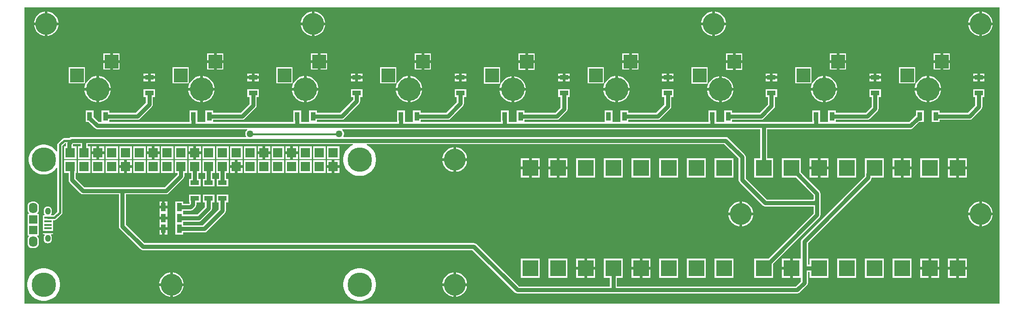
<source format=gtl>
G04*
G04 #@! TF.GenerationSoftware,Altium Limited,Altium Designer,22.7.1 (60)*
G04*
G04 Layer_Physical_Order=1*
G04 Layer_Color=255*
%FSLAX44Y44*%
%MOMM*%
G71*
G04*
G04 #@! TF.SameCoordinates,F6FBF88A-0173-4DF4-8E5B-E9623FF455CC*
G04*
G04*
G04 #@! TF.FilePolarity,Positive*
G04*
G01*
G75*
%ADD12R,1.3500X0.4000*%
%ADD13R,1.5500X1.5000*%
%ADD14R,0.9000X1.6000*%
%ADD15R,1.6000X0.9000*%
%ADD30C,0.3810*%
%ADD31C,0.7620*%
%ADD32C,0.3048*%
G04:AMPARAMS|DCode=33|XSize=1.25mm|YSize=0.95mm|CornerRadius=0.4275mm|HoleSize=0mm|Usage=FLASHONLY|Rotation=270.000|XOffset=0mm|YOffset=0mm|HoleType=Round|Shape=RoundedRectangle|*
%AMROUNDEDRECTD33*
21,1,1.2500,0.0950,0,0,270.0*
21,1,0.3950,0.9500,0,0,270.0*
1,1,0.8550,-0.0475,-0.1975*
1,1,0.8550,-0.0475,0.1975*
1,1,0.8550,0.0475,0.1975*
1,1,0.8550,0.0475,-0.1975*
%
%ADD33ROUNDEDRECTD33*%
G04:AMPARAMS|DCode=34|XSize=1.55mm|YSize=1.8mm|CornerRadius=0.5425mm|HoleSize=0mm|Usage=FLASHONLY|Rotation=0.000|XOffset=0mm|YOffset=0mm|HoleType=Round|Shape=RoundedRectangle|*
%AMROUNDEDRECTD34*
21,1,1.5500,0.7150,0,0,0.0*
21,1,0.4650,1.8000,0,0,0.0*
1,1,1.0850,0.2325,-0.3575*
1,1,1.0850,-0.2325,-0.3575*
1,1,1.0850,-0.2325,0.3575*
1,1,1.0850,0.2325,0.3575*
%
%ADD34ROUNDEDRECTD34*%
%ADD35R,3.0000X3.0000*%
%ADD36R,2.5000X2.5000*%
%ADD37C,4.3000*%
%ADD38R,1.8000X1.8000*%
%ADD39R,1.8000X1.8000*%
%ADD40C,4.5000*%
%ADD41C,4.0000*%
%ADD42C,1.2700*%
G36*
X1520000Y-35000D02*
X-270000D01*
Y510000D01*
X1520000D01*
Y-35000D01*
D02*
G37*
%LPC*%
G36*
X262540Y502476D02*
Y482540D01*
X282476D01*
X281674Y486575D01*
X279975Y490677D01*
X277508Y494368D01*
X274368Y497508D01*
X270677Y499975D01*
X266575Y501674D01*
X262540Y502476D01*
D02*
G37*
G36*
X-227460D02*
Y482540D01*
X-207524D01*
X-208326Y486575D01*
X-210025Y490677D01*
X-212492Y494368D01*
X-215632Y497508D01*
X-219323Y499975D01*
X-223425Y501674D01*
X-227460Y502476D01*
D02*
G37*
G36*
X997540Y502476D02*
Y482540D01*
X1017476D01*
X1016674Y486575D01*
X1014975Y490677D01*
X1012508Y494368D01*
X1009368Y497508D01*
X1005677Y499975D01*
X1001575Y501674D01*
X997540Y502476D01*
D02*
G37*
G36*
X1487540Y502476D02*
Y482540D01*
X1507476D01*
X1506674Y486575D01*
X1504975Y490677D01*
X1502508Y494368D01*
X1499368Y497508D01*
X1495677Y499975D01*
X1491575Y501674D01*
X1487540Y502476D01*
D02*
G37*
G36*
X1482460Y502476D02*
X1478425Y501674D01*
X1474323Y499975D01*
X1470632Y497508D01*
X1467492Y494368D01*
X1465025Y490677D01*
X1463326Y486575D01*
X1462524Y482540D01*
X1482460D01*
Y502476D01*
D02*
G37*
G36*
X992460Y502476D02*
X988425Y501674D01*
X984323Y499975D01*
X980632Y497508D01*
X977492Y494368D01*
X975025Y490677D01*
X973326Y486575D01*
X972524Y482540D01*
X992460D01*
Y502476D01*
D02*
G37*
G36*
X-232540Y502476D02*
X-236575Y501674D01*
X-240677Y499975D01*
X-244368Y497508D01*
X-247508Y494368D01*
X-249975Y490677D01*
X-251674Y486575D01*
X-252476Y482540D01*
X-232540D01*
Y502476D01*
D02*
G37*
G36*
X257460D02*
X253425Y501674D01*
X249323Y499975D01*
X245632Y497508D01*
X242492Y494368D01*
X240025Y490677D01*
X238326Y486575D01*
X237524Y482540D01*
X257460D01*
Y502476D01*
D02*
G37*
G36*
X1482460Y477460D02*
X1462524D01*
X1463326Y473425D01*
X1465025Y469323D01*
X1467492Y465632D01*
X1470632Y462492D01*
X1474323Y460025D01*
X1478425Y458326D01*
X1482460Y457524D01*
Y477460D01*
D02*
G37*
G36*
X992460D02*
X972524D01*
X973326Y473425D01*
X975025Y469323D01*
X977492Y465632D01*
X980632Y462492D01*
X984323Y460025D01*
X988425Y458326D01*
X992460Y457524D01*
Y477460D01*
D02*
G37*
G36*
X282476D02*
X262540D01*
Y457524D01*
X266575Y458326D01*
X270677Y460025D01*
X274368Y462492D01*
X277508Y465632D01*
X279975Y469323D01*
X281674Y473425D01*
X282476Y477460D01*
D02*
G37*
G36*
X-207524D02*
X-227460D01*
Y457524D01*
X-223425Y458326D01*
X-219323Y460025D01*
X-215632Y462492D01*
X-212492Y465632D01*
X-210025Y469323D01*
X-208326Y473425D01*
X-207524Y477460D01*
D02*
G37*
G36*
X-232540D02*
X-252476D01*
X-251674Y473425D01*
X-249975Y469323D01*
X-247508Y465632D01*
X-244368Y462492D01*
X-240677Y460025D01*
X-236575Y458326D01*
X-232540Y457524D01*
Y477460D01*
D02*
G37*
G36*
X257460D02*
X237524D01*
X238326Y473425D01*
X240025Y469323D01*
X242492Y465632D01*
X245632Y462492D01*
X249323Y460025D01*
X253425Y458326D01*
X257460Y457524D01*
Y477460D01*
D02*
G37*
G36*
X1017476D02*
X997540D01*
Y457524D01*
X1001575Y458326D01*
X1005677Y460025D01*
X1009368Y462492D01*
X1012508Y465632D01*
X1014975Y469323D01*
X1016674Y473425D01*
X1017476Y477460D01*
D02*
G37*
G36*
X1507476D02*
X1487540D01*
Y457524D01*
X1491575Y458326D01*
X1495677Y460025D01*
X1499368Y462492D01*
X1502508Y465632D01*
X1504975Y469323D01*
X1506674Y473425D01*
X1507476Y477460D01*
D02*
G37*
G36*
X1428840Y425640D02*
X1416340D01*
Y413140D01*
X1428840D01*
Y425640D01*
D02*
G37*
G36*
X1411260D02*
X1398760D01*
Y413140D01*
X1411260D01*
Y425640D01*
D02*
G37*
G36*
X1238340D02*
X1225840D01*
Y413140D01*
X1238340D01*
Y425640D01*
D02*
G37*
G36*
X1220760D02*
X1208260D01*
Y413140D01*
X1220760D01*
Y425640D01*
D02*
G37*
G36*
X857340D02*
X844840D01*
Y413140D01*
X857340D01*
Y425640D01*
D02*
G37*
G36*
X839760D02*
X827260D01*
Y413140D01*
X839760D01*
Y425640D01*
D02*
G37*
G36*
X476340D02*
X463840D01*
Y413140D01*
X476340D01*
Y425640D01*
D02*
G37*
G36*
X458760D02*
X446260D01*
Y413140D01*
X458760D01*
Y425640D01*
D02*
G37*
G36*
X285840D02*
X273340D01*
Y413140D01*
X285840D01*
Y425640D01*
D02*
G37*
G36*
X268260D02*
X255760D01*
Y413140D01*
X268260D01*
Y425640D01*
D02*
G37*
G36*
X95340D02*
X82840D01*
Y413140D01*
X95340D01*
Y425640D01*
D02*
G37*
G36*
X77760D02*
X65260D01*
Y413140D01*
X77760D01*
Y425640D01*
D02*
G37*
G36*
X-95160D02*
X-107660D01*
Y413140D01*
X-95160D01*
Y425640D01*
D02*
G37*
G36*
X-112740D02*
X-125240D01*
Y413140D01*
X-112740D01*
Y425640D01*
D02*
G37*
G36*
X1047840Y425240D02*
X1035340D01*
Y412740D01*
X1047840D01*
Y425240D01*
D02*
G37*
G36*
X1030260D02*
X1017760D01*
Y412740D01*
X1030260D01*
Y425240D01*
D02*
G37*
G36*
X666840D02*
X654340D01*
Y412740D01*
X666840D01*
Y425240D01*
D02*
G37*
G36*
X649260D02*
X636760D01*
Y412740D01*
X649260D01*
Y425240D01*
D02*
G37*
G36*
X1428840Y408060D02*
X1416340D01*
Y395560D01*
X1428840D01*
Y408060D01*
D02*
G37*
G36*
X1411260D02*
X1398760D01*
Y395560D01*
X1411260D01*
Y408060D01*
D02*
G37*
G36*
X1238340D02*
X1225840D01*
Y395560D01*
X1238340D01*
Y408060D01*
D02*
G37*
G36*
X1220760D02*
X1208260D01*
Y395560D01*
X1220760D01*
Y408060D01*
D02*
G37*
G36*
X857340D02*
X844840D01*
Y395560D01*
X857340D01*
Y408060D01*
D02*
G37*
G36*
X839760D02*
X827260D01*
Y395560D01*
X839760D01*
Y408060D01*
D02*
G37*
G36*
X476340D02*
X463840D01*
Y395560D01*
X476340D01*
Y408060D01*
D02*
G37*
G36*
X458760D02*
X446260D01*
Y395560D01*
X458760D01*
Y408060D01*
D02*
G37*
G36*
X285840D02*
X273340D01*
Y395560D01*
X285840D01*
Y408060D01*
D02*
G37*
G36*
X268260D02*
X255760D01*
Y395560D01*
X268260D01*
Y408060D01*
D02*
G37*
G36*
X95340D02*
X82840D01*
Y395560D01*
X95340D01*
Y408060D01*
D02*
G37*
G36*
X77760D02*
X65260D01*
Y395560D01*
X77760D01*
Y408060D01*
D02*
G37*
G36*
X-95160D02*
X-107660D01*
Y395560D01*
X-95160D01*
Y408060D01*
D02*
G37*
G36*
X-112740D02*
X-125240D01*
Y395560D01*
X-112740D01*
Y408060D01*
D02*
G37*
G36*
X1047840Y407660D02*
X1035340D01*
Y395160D01*
X1047840D01*
Y407660D01*
D02*
G37*
G36*
X1030260D02*
X1017760D01*
Y395160D01*
X1030260D01*
Y407660D01*
D02*
G37*
G36*
X666840D02*
X654340D01*
Y395160D01*
X666840D01*
Y407660D01*
D02*
G37*
G36*
X649260D02*
X636760D01*
Y395160D01*
X649260D01*
Y407660D01*
D02*
G37*
G36*
X1492440Y388340D02*
X1484440D01*
Y383840D01*
X1492440D01*
Y388340D01*
D02*
G37*
G36*
X1479360D02*
X1471360D01*
Y383840D01*
X1479360D01*
Y388340D01*
D02*
G37*
G36*
X160252D02*
X152253D01*
Y383840D01*
X160252D01*
Y388340D01*
D02*
G37*
G36*
X1302127D02*
X1294128D01*
Y383840D01*
X1302127D01*
Y388340D01*
D02*
G37*
G36*
X921502D02*
X913503D01*
Y383840D01*
X921502D01*
Y388340D01*
D02*
G37*
G36*
X540877D02*
X532878D01*
Y383840D01*
X540877D01*
Y388340D01*
D02*
G37*
G36*
X147172D02*
X139172D01*
Y383840D01*
X147172D01*
Y388340D01*
D02*
G37*
G36*
X908422D02*
X900423D01*
Y383840D01*
X908422D01*
Y388340D01*
D02*
G37*
G36*
X1289048D02*
X1281048D01*
Y383840D01*
X1289048D01*
Y388340D01*
D02*
G37*
G36*
X527798D02*
X519798D01*
Y383840D01*
X527798D01*
Y388340D01*
D02*
G37*
G36*
X-30060D02*
X-38060D01*
Y383840D01*
X-30060D01*
Y388340D01*
D02*
G37*
G36*
X-43140D02*
X-51140D01*
Y383840D01*
X-43140D01*
Y388340D01*
D02*
G37*
G36*
X350565D02*
X342565D01*
Y383840D01*
X350565D01*
Y388340D01*
D02*
G37*
G36*
X1111815D02*
X1103815D01*
Y383840D01*
X1111815D01*
Y388340D01*
D02*
G37*
G36*
X731190D02*
X723190D01*
Y383840D01*
X731190D01*
Y388340D01*
D02*
G37*
G36*
X337485D02*
X329485D01*
Y383840D01*
X337485D01*
Y388340D01*
D02*
G37*
G36*
X718110D02*
X710110D01*
Y383840D01*
X718110D01*
Y388340D01*
D02*
G37*
G36*
X1098735D02*
X1090735D01*
Y383840D01*
X1098735D01*
Y388340D01*
D02*
G37*
G36*
X1492440Y378760D02*
X1484440D01*
Y374260D01*
X1492440D01*
Y378760D01*
D02*
G37*
G36*
X1479360D02*
X1471360D01*
Y374260D01*
X1479360D01*
Y378760D01*
D02*
G37*
G36*
X1302127Y378760D02*
X1294128D01*
Y374260D01*
X1302127D01*
Y378760D01*
D02*
G37*
G36*
X1289048D02*
X1281048D01*
Y374260D01*
X1289048D01*
Y378760D01*
D02*
G37*
G36*
X1111815Y378760D02*
X1103815D01*
Y374260D01*
X1111815D01*
Y378760D01*
D02*
G37*
G36*
X1098735D02*
X1090735D01*
Y374260D01*
X1098735D01*
Y378760D01*
D02*
G37*
G36*
X921502Y378760D02*
X913503D01*
Y374260D01*
X921502D01*
Y378760D01*
D02*
G37*
G36*
X908422D02*
X900423D01*
Y374260D01*
X908422D01*
Y378760D01*
D02*
G37*
G36*
X731190Y378760D02*
X723190D01*
Y374260D01*
X731190D01*
Y378760D01*
D02*
G37*
G36*
X718110D02*
X710110D01*
Y374260D01*
X718110D01*
Y378760D01*
D02*
G37*
G36*
X540877Y378760D02*
X532878D01*
Y374260D01*
X540877D01*
Y378760D01*
D02*
G37*
G36*
X527798D02*
X519798D01*
Y374260D01*
X527798D01*
Y378760D01*
D02*
G37*
G36*
X350565Y378760D02*
X342565D01*
Y374260D01*
X350565D01*
Y378760D01*
D02*
G37*
G36*
X337485D02*
X329485D01*
Y374260D01*
X337485D01*
Y378760D01*
D02*
G37*
G36*
X160252Y378760D02*
X152253D01*
Y374260D01*
X160252D01*
Y378760D01*
D02*
G37*
G36*
X147172D02*
X139172D01*
Y374260D01*
X147172D01*
Y378760D01*
D02*
G37*
G36*
X-30060Y378760D02*
X-38060D01*
Y374260D01*
X-30060D01*
Y378760D01*
D02*
G37*
G36*
X-43140D02*
X-51140D01*
Y374260D01*
X-43140D01*
Y378760D01*
D02*
G37*
G36*
X1365340Y400240D02*
X1335260D01*
Y370160D01*
X1365340D01*
Y400240D01*
D02*
G37*
G36*
X1174840D02*
X1144760D01*
Y370160D01*
X1174840D01*
Y400240D01*
D02*
G37*
G36*
X793840D02*
X763760D01*
Y370160D01*
X793840D01*
Y400240D01*
D02*
G37*
G36*
X412840D02*
X382760D01*
Y370160D01*
X412840D01*
Y400240D01*
D02*
G37*
G36*
X222340D02*
X192260D01*
Y370160D01*
X222340D01*
Y400240D01*
D02*
G37*
G36*
X31840D02*
X1760D01*
Y370160D01*
X31840D01*
Y400240D01*
D02*
G37*
G36*
X-158660D02*
X-188740D01*
Y370160D01*
X-158660D01*
Y400240D01*
D02*
G37*
G36*
X984340Y399840D02*
X954260D01*
Y369760D01*
X984340D01*
Y399840D01*
D02*
G37*
G36*
X603340D02*
X573260D01*
Y369760D01*
X603340D01*
Y399840D01*
D02*
G37*
G36*
X1390940Y383806D02*
Y362340D01*
X1412406D01*
X1411516Y366812D01*
X1409704Y371187D01*
X1407073Y375125D01*
X1403725Y378473D01*
X1399787Y381104D01*
X1395412Y382916D01*
X1390940Y383806D01*
D02*
G37*
G36*
X1385860D02*
X1381388Y382916D01*
X1377013Y381104D01*
X1373075Y378473D01*
X1369727Y375125D01*
X1367096Y371187D01*
X1365284Y366812D01*
X1364394Y362340D01*
X1385860D01*
Y383806D01*
D02*
G37*
G36*
X1200440D02*
Y362340D01*
X1221906D01*
X1221016Y366812D01*
X1219204Y371187D01*
X1216573Y375125D01*
X1213224Y378473D01*
X1209287Y381104D01*
X1204912Y382916D01*
X1200440Y383806D01*
D02*
G37*
G36*
X1195360D02*
X1190888Y382916D01*
X1186513Y381104D01*
X1182575Y378473D01*
X1179227Y375125D01*
X1176596Y371187D01*
X1174784Y366812D01*
X1173894Y362340D01*
X1195360D01*
Y383806D01*
D02*
G37*
G36*
X819440D02*
Y362340D01*
X840906D01*
X840016Y366812D01*
X838204Y371187D01*
X835573Y375125D01*
X832225Y378473D01*
X828287Y381104D01*
X823912Y382916D01*
X819440Y383806D01*
D02*
G37*
G36*
X814360D02*
X809888Y382916D01*
X805513Y381104D01*
X801575Y378473D01*
X798227Y375125D01*
X795596Y371187D01*
X793784Y366812D01*
X792894Y362340D01*
X814360D01*
Y383806D01*
D02*
G37*
G36*
X438440D02*
Y362340D01*
X459906D01*
X459016Y366812D01*
X457204Y371187D01*
X454573Y375125D01*
X451225Y378473D01*
X447287Y381104D01*
X442912Y382916D01*
X438440Y383806D01*
D02*
G37*
G36*
X433360D02*
X428888Y382916D01*
X424513Y381104D01*
X420575Y378473D01*
X417227Y375125D01*
X414596Y371187D01*
X412784Y366812D01*
X411894Y362340D01*
X433360D01*
Y383806D01*
D02*
G37*
G36*
X247940D02*
Y362340D01*
X269406D01*
X268516Y366812D01*
X266704Y371187D01*
X264073Y375125D01*
X260725Y378473D01*
X256787Y381104D01*
X252412Y382916D01*
X247940Y383806D01*
D02*
G37*
G36*
X242860D02*
X238388Y382916D01*
X234013Y381104D01*
X230075Y378473D01*
X226727Y375125D01*
X224096Y371187D01*
X222284Y366812D01*
X221394Y362340D01*
X242860D01*
Y383806D01*
D02*
G37*
G36*
X57440D02*
Y362340D01*
X78906D01*
X78016Y366812D01*
X76204Y371187D01*
X73573Y375125D01*
X70224Y378473D01*
X66287Y381104D01*
X61912Y382916D01*
X57440Y383806D01*
D02*
G37*
G36*
X52360D02*
X47888Y382916D01*
X43513Y381104D01*
X39575Y378473D01*
X36227Y375125D01*
X33596Y371187D01*
X31784Y366812D01*
X30894Y362340D01*
X52360D01*
Y383806D01*
D02*
G37*
G36*
X-133060D02*
Y362340D01*
X-111594D01*
X-112484Y366812D01*
X-114296Y371187D01*
X-116927Y375125D01*
X-120275Y378473D01*
X-124213Y381104D01*
X-128588Y382916D01*
X-133060Y383806D01*
D02*
G37*
G36*
X-138140D02*
X-142612Y382916D01*
X-146987Y381104D01*
X-150925Y378473D01*
X-154273Y375125D01*
X-156904Y371187D01*
X-158716Y366812D01*
X-159606Y362340D01*
X-138140D01*
Y383806D01*
D02*
G37*
G36*
X1009940Y383406D02*
Y361940D01*
X1031406D01*
X1030516Y366412D01*
X1028704Y370787D01*
X1026073Y374725D01*
X1022725Y378073D01*
X1018787Y380704D01*
X1014412Y382516D01*
X1009940Y383406D01*
D02*
G37*
G36*
X1004860D02*
X1000388Y382516D01*
X996013Y380704D01*
X992075Y378073D01*
X988727Y374725D01*
X986096Y370787D01*
X984284Y366412D01*
X983394Y361940D01*
X1004860D01*
Y383406D01*
D02*
G37*
G36*
X628940D02*
Y361940D01*
X650406D01*
X649516Y366412D01*
X647704Y370787D01*
X645073Y374725D01*
X641724Y378073D01*
X637787Y380704D01*
X633412Y382516D01*
X628940Y383406D01*
D02*
G37*
G36*
X623860D02*
X619388Y382516D01*
X615013Y380704D01*
X611075Y378073D01*
X607727Y374725D01*
X605096Y370787D01*
X603284Y366412D01*
X602394Y361940D01*
X623860D01*
Y383406D01*
D02*
G37*
G36*
X1412406Y357260D02*
X1390940D01*
Y335794D01*
X1395412Y336684D01*
X1399787Y338496D01*
X1403725Y341127D01*
X1407073Y344475D01*
X1409704Y348413D01*
X1411516Y352788D01*
X1412406Y357260D01*
D02*
G37*
G36*
X1385860D02*
X1364394D01*
X1365284Y352788D01*
X1367096Y348413D01*
X1369727Y344475D01*
X1373075Y341127D01*
X1377013Y338496D01*
X1381388Y336684D01*
X1385860Y335794D01*
Y357260D01*
D02*
G37*
G36*
X52360D02*
X30894D01*
X31784Y352788D01*
X33596Y348413D01*
X36227Y344475D01*
X39575Y341127D01*
X43513Y338496D01*
X47888Y336684D01*
X52360Y335794D01*
Y357260D01*
D02*
G37*
G36*
X-111594D02*
X-133060D01*
Y335794D01*
X-128588Y336684D01*
X-124213Y338496D01*
X-120275Y341127D01*
X-116927Y344475D01*
X-114296Y348413D01*
X-112484Y352788D01*
X-111594Y357260D01*
D02*
G37*
G36*
X-138140D02*
X-159606D01*
X-158716Y352788D01*
X-156904Y348413D01*
X-154273Y344475D01*
X-150925Y341127D01*
X-146987Y338496D01*
X-142612Y336684D01*
X-138140Y335794D01*
Y357260D01*
D02*
G37*
G36*
X1221906D02*
X1200440D01*
Y335794D01*
X1204912Y336684D01*
X1209287Y338496D01*
X1213224Y341127D01*
X1216573Y344475D01*
X1219204Y348413D01*
X1221016Y352788D01*
X1221906Y357260D01*
D02*
G37*
G36*
X1195360D02*
X1173894D01*
X1174784Y352788D01*
X1176596Y348413D01*
X1179227Y344475D01*
X1182575Y341127D01*
X1186513Y338496D01*
X1190888Y336684D01*
X1195360Y335794D01*
Y357260D01*
D02*
G37*
G36*
X840906D02*
X819440D01*
Y335794D01*
X823912Y336684D01*
X828287Y338496D01*
X832225Y341127D01*
X835573Y344475D01*
X838204Y348413D01*
X840016Y352788D01*
X840906Y357260D01*
D02*
G37*
G36*
X814360D02*
X792894D01*
X793784Y352788D01*
X795596Y348413D01*
X798227Y344475D01*
X801575Y341127D01*
X805513Y338496D01*
X809888Y336684D01*
X814360Y335794D01*
Y357260D01*
D02*
G37*
G36*
X459906D02*
X438440D01*
Y335794D01*
X442912Y336684D01*
X447287Y338496D01*
X451225Y341127D01*
X454573Y344475D01*
X457204Y348413D01*
X459016Y352788D01*
X459906Y357260D01*
D02*
G37*
G36*
X433360D02*
X411894D01*
X412784Y352788D01*
X414596Y348413D01*
X417227Y344475D01*
X420575Y341127D01*
X424513Y338496D01*
X428888Y336684D01*
X433360Y335794D01*
Y357260D01*
D02*
G37*
G36*
X269406D02*
X247940D01*
Y335794D01*
X252412Y336684D01*
X256787Y338496D01*
X260725Y341127D01*
X264073Y344475D01*
X266704Y348413D01*
X268516Y352788D01*
X269406Y357260D01*
D02*
G37*
G36*
X242860D02*
X221394D01*
X222284Y352788D01*
X224096Y348413D01*
X226727Y344475D01*
X230075Y341127D01*
X234013Y338496D01*
X238388Y336684D01*
X242860Y335794D01*
Y357260D01*
D02*
G37*
G36*
X78906D02*
X57440D01*
Y335794D01*
X61912Y336684D01*
X66287Y338496D01*
X70224Y341127D01*
X73573Y344475D01*
X76204Y348413D01*
X78016Y352788D01*
X78906Y357260D01*
D02*
G37*
G36*
X1031406Y356860D02*
X1009940D01*
Y335394D01*
X1014412Y336284D01*
X1018787Y338096D01*
X1022725Y340727D01*
X1026073Y344075D01*
X1028704Y348013D01*
X1030516Y352388D01*
X1031406Y356860D01*
D02*
G37*
G36*
X1004860D02*
X983394D01*
X984284Y352388D01*
X986096Y348013D01*
X988727Y344075D01*
X992075Y340727D01*
X996013Y338096D01*
X1000388Y336284D01*
X1004860Y335394D01*
Y356860D01*
D02*
G37*
G36*
X650406D02*
X628940D01*
Y335394D01*
X633412Y336284D01*
X637787Y338096D01*
X641724Y340727D01*
X645073Y344075D01*
X647704Y348013D01*
X649516Y352388D01*
X650406Y356860D01*
D02*
G37*
G36*
X623860D02*
X602394D01*
X603284Y352388D01*
X605096Y348013D01*
X607727Y344075D01*
X611075Y340727D01*
X615013Y338096D01*
X619388Y336284D01*
X623860Y335394D01*
Y356860D01*
D02*
G37*
G36*
X1492440Y359340D02*
X1471360D01*
Y345260D01*
X1475426D01*
Y329582D01*
X1462118Y316274D01*
X1409940D01*
Y320340D01*
X1395860D01*
Y299260D01*
X1409940D01*
Y303326D01*
X1464800D01*
X1467278Y303818D01*
X1469378Y305222D01*
X1486478Y322322D01*
X1487881Y324422D01*
X1488374Y326900D01*
Y345260D01*
X1492440D01*
Y359340D01*
D02*
G37*
G36*
X1302127D02*
X1281048D01*
Y345260D01*
X1285113D01*
Y326769D01*
X1274618Y316274D01*
X1219440D01*
Y320340D01*
X1205360D01*
Y300244D01*
X1205360Y299260D01*
X1204208Y298974D01*
X1191592D01*
X1190440Y299260D01*
Y320340D01*
X1176360D01*
Y299260D01*
X1175208Y298974D01*
X1030092D01*
X1028940Y299260D01*
X1028940Y300244D01*
Y303326D01*
X1082300D01*
X1084778Y303818D01*
X1086878Y305222D01*
X1105853Y324197D01*
X1107256Y326297D01*
X1107749Y328775D01*
Y345260D01*
X1111815D01*
Y359340D01*
X1090735D01*
Y345260D01*
X1094801D01*
Y331457D01*
X1079618Y316274D01*
X1028940D01*
Y320340D01*
X1014860D01*
Y300244D01*
X1014860Y299260D01*
X1013708Y298974D01*
X1001092D01*
X999940Y299260D01*
Y320340D01*
X985860D01*
Y299260D01*
X984708Y298974D01*
X839592D01*
X838440Y299260D01*
X838440Y300244D01*
Y303326D01*
X892300D01*
X894778Y303818D01*
X896878Y305222D01*
X915541Y323884D01*
X916944Y325985D01*
X917437Y328462D01*
Y345260D01*
X921502D01*
Y359340D01*
X900423D01*
Y345260D01*
X904488D01*
Y331144D01*
X889618Y316274D01*
X838440D01*
Y320340D01*
X824360D01*
Y300244D01*
X824360Y299260D01*
X823208Y298974D01*
X810592D01*
X809440Y299260D01*
X809440Y300244D01*
Y320340D01*
X795360D01*
Y300244D01*
X795360Y299260D01*
X794208Y298974D01*
X649092D01*
X647940Y299260D01*
X647940Y300244D01*
Y303326D01*
X707300D01*
X709778Y303818D01*
X711878Y305222D01*
X725228Y318572D01*
X726631Y320672D01*
X727124Y323150D01*
Y345260D01*
X731190D01*
Y359340D01*
X710110D01*
Y345260D01*
X714176D01*
Y325832D01*
X704618Y316274D01*
X647940D01*
Y320340D01*
X633860D01*
Y300244D01*
X633860Y299260D01*
X632708Y298974D01*
X620092D01*
X618940Y299260D01*
Y320340D01*
X604860D01*
Y299260D01*
X603708Y298974D01*
X458592D01*
X457440Y299260D01*
X457440Y300244D01*
Y303326D01*
X507300D01*
X509778Y303818D01*
X511878Y305222D01*
X534916Y328259D01*
X536319Y330360D01*
X536812Y332837D01*
Y345260D01*
X540877D01*
Y359340D01*
X519798D01*
Y345260D01*
X523863D01*
Y335519D01*
X504618Y316274D01*
X457440D01*
Y320340D01*
X443360D01*
Y300244D01*
X443360Y299260D01*
X442208Y298974D01*
X429592D01*
X428440Y299260D01*
Y320340D01*
X414360D01*
Y299260D01*
X413208Y298974D01*
X268092D01*
X266940Y299260D01*
X266940Y300244D01*
Y303326D01*
X312300D01*
X314778Y303818D01*
X316878Y305222D01*
X344603Y332947D01*
X346007Y335047D01*
X346499Y337525D01*
Y345260D01*
X350565D01*
Y359340D01*
X329485D01*
Y345260D01*
X333551D01*
Y340207D01*
X309618Y316274D01*
X266940D01*
Y320340D01*
X252860D01*
Y300244D01*
X252860Y299260D01*
X251708Y298974D01*
X239092D01*
X237940Y299260D01*
Y320340D01*
X223860D01*
Y299260D01*
X222708Y298974D01*
X77592D01*
X76440Y299260D01*
X76440Y300244D01*
Y303326D01*
X129800D01*
X132278Y303818D01*
X134378Y305222D01*
X154291Y325134D01*
X155694Y327235D01*
X156187Y329712D01*
Y345260D01*
X160252D01*
Y359340D01*
X139172D01*
Y345260D01*
X143238D01*
Y332394D01*
X127118Y316274D01*
X76440D01*
Y320340D01*
X62360D01*
Y300244D01*
X62360Y299260D01*
X61208Y298974D01*
X48592D01*
X47440Y299260D01*
Y320340D01*
X33360D01*
Y299260D01*
X32208Y298974D01*
X-112908D01*
X-114060Y299260D01*
X-114060Y300244D01*
Y303326D01*
X-62700D01*
X-60222Y303818D01*
X-58122Y305222D01*
X-36022Y327322D01*
X-34618Y329422D01*
X-34126Y331900D01*
Y345260D01*
X-30060D01*
Y359340D01*
X-51140D01*
Y345260D01*
X-47074D01*
Y334582D01*
X-65382Y316274D01*
X-114060D01*
Y320340D01*
X-128140D01*
Y300244D01*
X-128140Y299260D01*
X-129292Y298974D01*
X-133618D01*
X-143060Y308416D01*
Y320340D01*
X-157140D01*
Y299260D01*
X-152216D01*
X-140878Y287922D01*
X-138778Y286518D01*
X-136300Y286026D01*
X138592D01*
X138713Y285572D01*
X138805Y284756D01*
X137250Y283201D01*
X136080Y281174D01*
X135474Y278913D01*
Y276572D01*
X136080Y274311D01*
X136960Y272787D01*
X136322Y271517D01*
X-183036D01*
X-185514Y271024D01*
X-187614Y269620D01*
X-187645Y269574D01*
X-197458D01*
X-197458Y269574D01*
X-199192Y269229D01*
X-200662Y268247D01*
X-208205Y260705D01*
X-209187Y259234D01*
X-209532Y257500D01*
Y244309D01*
X-210767Y244012D01*
X-210982Y244434D01*
X-213530Y247941D01*
X-216595Y251006D01*
X-220102Y253554D01*
X-223965Y255522D01*
X-228087Y256862D01*
X-232369Y257540D01*
X-236704D01*
X-240985Y256862D01*
X-245108Y255522D01*
X-248970Y253554D01*
X-252477Y251006D01*
X-255543Y247941D01*
X-258090Y244434D01*
X-260058Y240572D01*
X-261398Y236449D01*
X-262076Y232167D01*
Y227833D01*
X-261398Y223551D01*
X-260058Y219428D01*
X-258090Y215566D01*
X-255543Y212059D01*
X-252477Y208994D01*
X-248970Y206446D01*
X-245108Y204478D01*
X-240985Y203138D01*
X-236704Y202460D01*
X-232369D01*
X-228087Y203138D01*
X-223965Y204478D01*
X-220102Y206446D01*
X-216595Y208994D01*
X-213530Y212059D01*
X-210982Y215566D01*
X-210767Y215988D01*
X-209532Y215691D01*
Y134377D01*
X-216377Y127532D01*
X-217710D01*
Y127540D01*
X-220543D01*
X-221169Y128810D01*
X-220572Y129588D01*
X-219885Y131246D01*
X-219651Y133025D01*
Y136975D01*
X-219885Y138754D01*
X-220572Y140412D01*
X-221665Y141835D01*
X-223088Y142928D01*
X-224746Y143615D01*
X-226525Y143849D01*
X-227475D01*
X-229254Y143615D01*
X-230912Y142928D01*
X-232335Y141835D01*
X-233428Y140412D01*
X-234115Y138754D01*
X-234349Y136975D01*
Y133025D01*
X-234115Y131246D01*
X-233428Y129588D01*
X-232831Y128810D01*
X-233457Y127540D01*
X-236290D01*
Y118460D01*
Y111960D01*
Y105460D01*
Y98960D01*
Y98960D01*
X-227000D01*
X-217710D01*
Y98960D01*
Y105460D01*
Y111960D01*
Y118468D01*
X-214500D01*
X-212766Y118813D01*
X-211295Y119795D01*
X-201795Y129295D01*
X-201795Y129295D01*
X-200813Y130766D01*
X-200468Y132500D01*
Y255623D01*
X-195580Y260510D01*
X-193974D01*
Y254240D01*
X-197376D01*
Y231160D01*
X-174296D01*
Y254240D01*
X-181026D01*
Y257897D01*
X-181000Y257922D01*
X-180569Y258568D01*
X-166911D01*
Y254240D01*
X-171976D01*
Y231160D01*
X-148896D01*
Y254240D01*
X-153962D01*
Y258568D01*
X332565D01*
X332870Y257298D01*
X329719Y255693D01*
X325894Y252913D01*
X322551Y249570D01*
X319771Y245744D01*
X317625Y241531D01*
X316164Y237034D01*
X315424Y232364D01*
Y227636D01*
X316164Y222966D01*
X317625Y218469D01*
X319771Y214256D01*
X322551Y210430D01*
X325894Y207087D01*
X329719Y204307D01*
X333932Y202161D01*
X338429Y200700D01*
X343100Y199960D01*
X347828D01*
X352498Y200700D01*
X356995Y202161D01*
X361208Y204307D01*
X365033Y207087D01*
X368377Y210430D01*
X371156Y214256D01*
X373303Y218469D01*
X374764Y222966D01*
X375504Y227636D01*
Y232364D01*
X374764Y237034D01*
X373303Y241531D01*
X371156Y245744D01*
X368377Y249570D01*
X365033Y252913D01*
X361208Y255693D01*
X358057Y257298D01*
X358362Y258568D01*
X1014776D01*
X1041026Y232318D01*
Y192500D01*
X1041518Y190022D01*
X1042922Y187922D01*
X1085422Y145422D01*
X1087522Y144018D01*
X1090000Y143526D01*
X1178526D01*
Y130682D01*
X1095384Y47540D01*
X1069460D01*
Y12460D01*
X1104540D01*
Y38384D01*
X1189578Y123422D01*
X1190982Y125522D01*
X1191474Y128000D01*
Y167600D01*
X1190982Y170078D01*
X1189578Y172178D01*
X1155340Y206416D01*
Y232340D01*
X1120260D01*
Y197260D01*
X1146184D01*
X1178526Y164918D01*
Y157034D01*
X1178190Y156810D01*
X1177855Y156474D01*
X1092682D01*
X1053974Y195182D01*
Y235000D01*
X1053482Y237478D01*
X1052078Y239578D01*
X1022036Y269620D01*
X1019935Y271024D01*
X1017458Y271517D01*
X315629D01*
X314991Y272787D01*
X315871Y274311D01*
X316477Y276572D01*
Y278913D01*
X315871Y281174D01*
X314701Y283201D01*
X313146Y284756D01*
X313238Y285572D01*
X313359Y286026D01*
X1080526D01*
Y232340D01*
X1069460D01*
Y197260D01*
X1104540D01*
Y232340D01*
X1093474D01*
Y286026D01*
X1356600D01*
X1359078Y286518D01*
X1361178Y287922D01*
X1372392Y299135D01*
X1373210D01*
X1373835Y299260D01*
X1380940D01*
Y320340D01*
X1366860D01*
Y311343D01*
X1365132Y310188D01*
X1353918Y298974D01*
X1220592D01*
X1219440Y299260D01*
X1219440Y300244D01*
Y303326D01*
X1277300D01*
X1279778Y303818D01*
X1281878Y305222D01*
X1296166Y319509D01*
X1297569Y321610D01*
X1298062Y324087D01*
Y345260D01*
X1302127D01*
Y359340D01*
D02*
G37*
G36*
X232104Y254240D02*
X223104D01*
Y245240D01*
X232104D01*
Y254240D01*
D02*
G37*
G36*
X218024D02*
X209024D01*
Y245240D01*
X218024D01*
Y254240D01*
D02*
G37*
G36*
X181304D02*
X172304D01*
Y245240D01*
X181304D01*
Y254240D01*
D02*
G37*
G36*
X167224D02*
X158224D01*
Y245240D01*
X167224D01*
Y254240D01*
D02*
G37*
G36*
X54304D02*
X45304D01*
Y245240D01*
X54304D01*
Y254240D01*
D02*
G37*
G36*
X40224D02*
X31224D01*
Y245240D01*
X40224D01*
Y254240D01*
D02*
G37*
G36*
X-21896D02*
X-30896D01*
Y245240D01*
X-21896D01*
Y254240D01*
D02*
G37*
G36*
X-35976D02*
X-44976D01*
Y245240D01*
X-35976D01*
Y254240D01*
D02*
G37*
G36*
X-123496D02*
X-132496D01*
Y245240D01*
X-123496D01*
Y254240D01*
D02*
G37*
G36*
X-137576D02*
X-146576D01*
Y245240D01*
X-137576D01*
Y254240D01*
D02*
G37*
G36*
X522540Y252476D02*
Y232540D01*
X542476D01*
X541674Y236575D01*
X539975Y240677D01*
X537508Y244368D01*
X534368Y247508D01*
X530677Y249975D01*
X526575Y251674D01*
X522540Y252476D01*
D02*
G37*
G36*
X517460D02*
X513425Y251674D01*
X509323Y249975D01*
X505632Y247508D01*
X502492Y244368D01*
X500025Y240677D01*
X498326Y236575D01*
X497524Y232540D01*
X517460D01*
Y252476D01*
D02*
G37*
G36*
X308304Y254240D02*
X285224D01*
Y231160D01*
X308304D01*
Y254240D01*
D02*
G37*
G36*
X282904D02*
X259824D01*
Y231160D01*
X282904D01*
Y254240D01*
D02*
G37*
G36*
X257504D02*
X234424D01*
Y231160D01*
X257504D01*
Y254240D01*
D02*
G37*
G36*
X232104Y240160D02*
X223104D01*
Y231160D01*
X232104D01*
Y240160D01*
D02*
G37*
G36*
X218024D02*
X209024D01*
Y231160D01*
X218024D01*
Y240160D01*
D02*
G37*
G36*
X206704Y254240D02*
X183624D01*
Y231160D01*
X206704D01*
Y254240D01*
D02*
G37*
G36*
X181304Y240160D02*
X172304D01*
Y231160D01*
X181304D01*
Y240160D01*
D02*
G37*
G36*
X167224D02*
X158224D01*
Y231160D01*
X167224D01*
Y240160D01*
D02*
G37*
G36*
X155904Y254240D02*
X132824D01*
Y231160D01*
X155904D01*
Y254240D01*
D02*
G37*
G36*
X130504D02*
X107424D01*
Y231160D01*
X130504D01*
Y254240D01*
D02*
G37*
G36*
X105104D02*
X82024D01*
Y231160D01*
X105104D01*
Y254240D01*
D02*
G37*
G36*
X79704D02*
X56624D01*
Y231160D01*
X79704D01*
Y254240D01*
D02*
G37*
G36*
X54304Y240160D02*
X45304D01*
Y231160D01*
X54304D01*
Y240160D01*
D02*
G37*
G36*
X40224D02*
X31224D01*
Y231160D01*
X40224D01*
Y240160D01*
D02*
G37*
G36*
X28904Y254240D02*
X5824D01*
Y231160D01*
X28904D01*
Y254240D01*
D02*
G37*
G36*
X3504D02*
X-19576D01*
Y231160D01*
X3504D01*
Y254240D01*
D02*
G37*
G36*
X-21896Y240160D02*
X-30896D01*
Y231160D01*
X-21896D01*
Y240160D01*
D02*
G37*
G36*
X-35976D02*
X-44976D01*
Y231160D01*
X-35976D01*
Y240160D01*
D02*
G37*
G36*
X-47296Y254240D02*
X-70376D01*
Y231160D01*
X-47296D01*
Y254240D01*
D02*
G37*
G36*
X-72696D02*
X-95776D01*
Y231160D01*
X-72696D01*
Y254240D01*
D02*
G37*
G36*
X-98096D02*
X-121176D01*
Y231160D01*
X-98096D01*
Y254240D01*
D02*
G37*
G36*
X-123496Y240160D02*
X-132496D01*
Y231160D01*
X-123496D01*
Y240160D01*
D02*
G37*
G36*
X-137576D02*
X-146576D01*
Y231160D01*
X-137576D01*
Y240160D01*
D02*
G37*
G36*
X308304Y228840D02*
X299304D01*
Y219840D01*
X308304D01*
Y228840D01*
D02*
G37*
G36*
X294224D02*
X285224D01*
Y219840D01*
X294224D01*
Y228840D01*
D02*
G37*
G36*
X130504D02*
X121504D01*
Y219840D01*
X130504D01*
Y228840D01*
D02*
G37*
G36*
X116424D02*
X107424D01*
Y219840D01*
X116424D01*
Y228840D01*
D02*
G37*
G36*
X-72696D02*
X-81696D01*
Y219840D01*
X-72696D01*
Y228840D01*
D02*
G37*
G36*
X-86776D02*
X-95776D01*
Y219840D01*
X-86776D01*
Y228840D01*
D02*
G37*
G36*
X1460140Y232340D02*
X1445140D01*
Y217340D01*
X1460140D01*
Y232340D01*
D02*
G37*
G36*
X1440060D02*
X1425060D01*
Y217340D01*
X1440060D01*
Y232340D01*
D02*
G37*
G36*
X1358540D02*
X1343540D01*
Y217340D01*
X1358540D01*
Y232340D01*
D02*
G37*
G36*
X1338460D02*
X1323460D01*
Y217340D01*
X1338460D01*
Y232340D01*
D02*
G37*
G36*
X1206140D02*
X1191140D01*
Y217340D01*
X1206140D01*
Y232340D01*
D02*
G37*
G36*
X1186060D02*
X1171060D01*
Y217340D01*
X1186060D01*
Y232340D01*
D02*
G37*
G36*
X726940D02*
X711940D01*
Y217340D01*
X726940D01*
Y232340D01*
D02*
G37*
G36*
X706860D02*
X691860D01*
Y217340D01*
X706860D01*
Y232340D01*
D02*
G37*
G36*
X676140D02*
X661140D01*
Y217340D01*
X676140D01*
Y232340D01*
D02*
G37*
G36*
X656060D02*
X641060D01*
Y217340D01*
X656060D01*
Y232340D01*
D02*
G37*
G36*
X542476Y227460D02*
X522540D01*
Y207524D01*
X526575Y208326D01*
X530677Y210025D01*
X534368Y212492D01*
X537508Y215632D01*
X539975Y219323D01*
X541674Y223425D01*
X542476Y227460D01*
D02*
G37*
G36*
X517460D02*
X497524D01*
X498326Y223425D01*
X500025Y219323D01*
X502492Y215632D01*
X505632Y212492D01*
X509323Y210025D01*
X513425Y208326D01*
X517460Y207524D01*
Y227460D01*
D02*
G37*
G36*
X308304Y214760D02*
X299304D01*
Y205760D01*
X308304D01*
Y214760D01*
D02*
G37*
G36*
X294224D02*
X285224D01*
Y205760D01*
X294224D01*
Y214760D01*
D02*
G37*
G36*
X282904Y228840D02*
X259824D01*
Y205760D01*
X282904D01*
Y228840D01*
D02*
G37*
G36*
X257504D02*
X234424D01*
Y205760D01*
X257504D01*
Y228840D01*
D02*
G37*
G36*
X232104D02*
X209024D01*
Y205760D01*
X232104D01*
Y228840D01*
D02*
G37*
G36*
X206704D02*
X183624D01*
Y205760D01*
X206704D01*
Y228840D01*
D02*
G37*
G36*
X181304D02*
X158224D01*
Y205760D01*
X181304D01*
Y228840D01*
D02*
G37*
G36*
X155904D02*
X132824D01*
Y205760D01*
X155904D01*
Y228840D01*
D02*
G37*
G36*
X130504Y214760D02*
X121504D01*
Y205760D01*
X130504D01*
Y214760D01*
D02*
G37*
G36*
X116424D02*
X107424D01*
Y205760D01*
X116424D01*
Y214760D01*
D02*
G37*
G36*
X3504Y228840D02*
X-19576D01*
Y205760D01*
X3504D01*
Y228840D01*
D02*
G37*
G36*
X-21896D02*
X-44976D01*
Y205760D01*
X-21896D01*
Y228840D01*
D02*
G37*
G36*
X-47296D02*
X-70376D01*
Y205760D01*
X-47296D01*
Y228840D01*
D02*
G37*
G36*
X-72696Y214760D02*
X-81696D01*
Y205760D01*
X-72696D01*
Y214760D01*
D02*
G37*
G36*
X-86776D02*
X-95776D01*
Y205760D01*
X-86776D01*
Y214760D01*
D02*
G37*
G36*
X-98096Y228840D02*
X-121176D01*
Y205760D01*
X-98096D01*
Y228840D01*
D02*
G37*
G36*
X-123496D02*
X-146576D01*
Y205760D01*
X-123496D01*
Y228840D01*
D02*
G37*
G36*
X-148896D02*
X-171976D01*
Y205760D01*
X-148896D01*
Y228840D01*
D02*
G37*
G36*
X1460140Y212260D02*
X1445140D01*
Y197260D01*
X1460140D01*
Y212260D01*
D02*
G37*
G36*
X1440060D02*
X1425060D01*
Y197260D01*
X1440060D01*
Y212260D01*
D02*
G37*
G36*
X1409340Y232340D02*
X1374260D01*
Y197260D01*
X1409340D01*
Y232340D01*
D02*
G37*
G36*
X1358540Y212260D02*
X1343540D01*
Y197260D01*
X1358540D01*
Y212260D01*
D02*
G37*
G36*
X1338460D02*
X1323460D01*
Y197260D01*
X1338460D01*
Y212260D01*
D02*
G37*
G36*
X1256940Y232340D02*
X1221860D01*
Y197260D01*
X1256940D01*
Y232340D01*
D02*
G37*
G36*
X1206140Y212260D02*
X1191140D01*
Y197260D01*
X1206140D01*
Y212260D01*
D02*
G37*
G36*
X1186060D02*
X1171060D01*
Y197260D01*
X1186060D01*
Y212260D01*
D02*
G37*
G36*
X1031740Y232340D02*
X996660D01*
Y197260D01*
X1031740D01*
Y232340D01*
D02*
G37*
G36*
X980940D02*
X945860D01*
Y197260D01*
X980940D01*
Y232340D01*
D02*
G37*
G36*
X930140D02*
X895060D01*
Y197260D01*
X930140D01*
Y232340D01*
D02*
G37*
G36*
X879340D02*
X844260D01*
Y197260D01*
X879340D01*
Y232340D01*
D02*
G37*
G36*
X828540D02*
X793460D01*
Y197260D01*
X828540D01*
Y232340D01*
D02*
G37*
G36*
X777740D02*
X742660D01*
Y197260D01*
X777740D01*
Y232340D01*
D02*
G37*
G36*
X726940Y212260D02*
X711940D01*
Y197260D01*
X726940D01*
Y212260D01*
D02*
G37*
G36*
X706860D02*
X691860D01*
Y197260D01*
X706860D01*
Y212260D01*
D02*
G37*
G36*
X676140D02*
X661140D01*
Y197260D01*
X676140D01*
Y212260D01*
D02*
G37*
G36*
X656060D02*
X641060D01*
Y197260D01*
X656060D01*
Y212260D01*
D02*
G37*
G36*
X105104Y228840D02*
X82024D01*
Y205760D01*
X87089D01*
Y194540D01*
X83024D01*
Y180460D01*
X104104D01*
Y194540D01*
X100038D01*
Y205760D01*
X105104D01*
Y228840D01*
D02*
G37*
G36*
X79704D02*
X56624D01*
Y205760D01*
X61689D01*
Y194540D01*
X57624D01*
Y180460D01*
X78704D01*
Y194540D01*
X74638D01*
Y205760D01*
X79704D01*
Y228840D01*
D02*
G37*
G36*
X54304D02*
X31224D01*
Y205760D01*
X36289D01*
Y194540D01*
X32224D01*
Y180460D01*
X53304D01*
Y194540D01*
X49238D01*
Y205760D01*
X54304D01*
Y228840D01*
D02*
G37*
G36*
X-7760Y153040D02*
X-12260D01*
Y145040D01*
X-7760D01*
Y153040D01*
D02*
G37*
G36*
X-17340D02*
X-21840D01*
Y145040D01*
X-17340D01*
Y153040D01*
D02*
G37*
G36*
X1487540Y152476D02*
Y132540D01*
X1507476D01*
X1506674Y136575D01*
X1504975Y140677D01*
X1502508Y144368D01*
X1499368Y147508D01*
X1495677Y149975D01*
X1491575Y151674D01*
X1487540Y152476D01*
D02*
G37*
G36*
X1047540Y152476D02*
Y132540D01*
X1067476D01*
X1066674Y136575D01*
X1064975Y140677D01*
X1062508Y144368D01*
X1059368Y147508D01*
X1055677Y149975D01*
X1051575Y151674D01*
X1047540Y152476D01*
D02*
G37*
G36*
X1042460D02*
X1038425Y151674D01*
X1034323Y149975D01*
X1030632Y147508D01*
X1027492Y144368D01*
X1025025Y140677D01*
X1023326Y136575D01*
X1022524Y132540D01*
X1042460D01*
Y152476D01*
D02*
G37*
G36*
X1482460Y152476D02*
X1478425Y151674D01*
X1474323Y149975D01*
X1470632Y147508D01*
X1467492Y144368D01*
X1465025Y140677D01*
X1463326Y136575D01*
X1462524Y132540D01*
X1482460D01*
Y152476D01*
D02*
G37*
G36*
X-7760Y139960D02*
X-21840D01*
Y131960D01*
Y125040D01*
X-7760D01*
Y131960D01*
Y139960D01*
D02*
G37*
G36*
X104104Y165540D02*
X83024D01*
Y151460D01*
X86826D01*
Y138482D01*
X57318Y108974D01*
X21240D01*
Y116026D01*
X50000D01*
X52478Y116518D01*
X54578Y117922D01*
X72478Y135822D01*
X73882Y137922D01*
X74374Y140400D01*
Y151460D01*
X78704D01*
Y165540D01*
X57624D01*
Y151460D01*
X61426D01*
Y143082D01*
X47318Y128974D01*
X21240D01*
Y136026D01*
X35000D01*
X37478Y136518D01*
X39578Y137922D01*
X44042Y142386D01*
X45445Y144486D01*
X45938Y146964D01*
Y151460D01*
X53304D01*
Y165540D01*
X32224D01*
Y151460D01*
X32989D01*
Y149646D01*
X32318Y148974D01*
X21240D01*
Y153040D01*
X7160D01*
Y131960D01*
Y111960D01*
Y91960D01*
X21240D01*
Y96026D01*
X60000D01*
X62478Y96518D01*
X64578Y97922D01*
X97878Y131222D01*
X99282Y133322D01*
X99774Y135800D01*
Y151460D01*
X104104D01*
Y165540D01*
D02*
G37*
G36*
X1507476Y127460D02*
X1487540D01*
Y107524D01*
X1491575Y108326D01*
X1495677Y110025D01*
X1499368Y112492D01*
X1502508Y115632D01*
X1504975Y119323D01*
X1506674Y123425D01*
X1507476Y127460D01*
D02*
G37*
G36*
X1067476D02*
X1047540D01*
Y107524D01*
X1051575Y108326D01*
X1055677Y110025D01*
X1059368Y112492D01*
X1062508Y115632D01*
X1064975Y119323D01*
X1066674Y123425D01*
X1067476Y127460D01*
D02*
G37*
G36*
X1042460D02*
X1022524D01*
X1023326Y123425D01*
X1025025Y119323D01*
X1027492Y115632D01*
X1030632Y112492D01*
X1034323Y110025D01*
X1038425Y108326D01*
X1042460Y107524D01*
Y127460D01*
D02*
G37*
G36*
X1482460D02*
X1462524D01*
X1463326Y123425D01*
X1465025Y119323D01*
X1467492Y115632D01*
X1470632Y112492D01*
X1474323Y110025D01*
X1478425Y108326D01*
X1482460Y107524D01*
Y127460D01*
D02*
G37*
G36*
X-7760Y119960D02*
X-21840D01*
Y111960D01*
Y105040D01*
X-7760D01*
Y111960D01*
Y119960D01*
D02*
G37*
G36*
Y99960D02*
X-12260D01*
Y91960D01*
X-7760D01*
Y99960D01*
D02*
G37*
G36*
X-17340D02*
X-21840D01*
Y91960D01*
X-17340D01*
Y99960D01*
D02*
G37*
G36*
X-217710Y94460D02*
X-227000D01*
X-236290D01*
Y92460D01*
X-233457D01*
X-232831Y91190D01*
X-233428Y90412D01*
X-234115Y88754D01*
X-234349Y86975D01*
Y83025D01*
X-234115Y81246D01*
X-233428Y79588D01*
X-232335Y78165D01*
X-230912Y77072D01*
X-229254Y76385D01*
X-227475Y76151D01*
X-226525D01*
X-224746Y76385D01*
X-223088Y77072D01*
X-221665Y78165D01*
X-220572Y79588D01*
X-219885Y81246D01*
X-219651Y83025D01*
Y86975D01*
X-219885Y88754D01*
X-220572Y90412D01*
X-221169Y91190D01*
X-220543Y92460D01*
X-217710D01*
Y94460D01*
D02*
G37*
G36*
X-251675Y152609D02*
X-256325D01*
X-258404Y152335D01*
X-260342Y151532D01*
X-262006Y150256D01*
X-263282Y148592D01*
X-264085Y146654D01*
X-264359Y144575D01*
Y137425D01*
X-264085Y135346D01*
X-263282Y133408D01*
X-262006Y131744D01*
X-261440Y131310D01*
X-261871Y130040D01*
X-264290D01*
Y109960D01*
Y89960D01*
X-261871D01*
X-261440Y88690D01*
X-262006Y88256D01*
X-263282Y86592D01*
X-264085Y84654D01*
X-264359Y82575D01*
Y75425D01*
X-264085Y73346D01*
X-263282Y71408D01*
X-262006Y69744D01*
X-260342Y68468D01*
X-258404Y67665D01*
X-256325Y67391D01*
X-251675D01*
X-249596Y67665D01*
X-247658Y68468D01*
X-245994Y69744D01*
X-244718Y71408D01*
X-243915Y73346D01*
X-243641Y75425D01*
Y82575D01*
X-243915Y84654D01*
X-244718Y86592D01*
X-245994Y88256D01*
X-246560Y88690D01*
X-246129Y89960D01*
X-243710D01*
Y109960D01*
Y130040D01*
X-246129D01*
X-246560Y131310D01*
X-245994Y131744D01*
X-244718Y133408D01*
X-243915Y135346D01*
X-243641Y137425D01*
Y144575D01*
X-243915Y146654D01*
X-244718Y148592D01*
X-245994Y150256D01*
X-247658Y151532D01*
X-249596Y152335D01*
X-251675Y152609D01*
D02*
G37*
G36*
X1460140Y47540D02*
X1445140D01*
Y32540D01*
X1460140D01*
Y47540D01*
D02*
G37*
G36*
X1440060D02*
X1425060D01*
Y32540D01*
X1440060D01*
Y47540D01*
D02*
G37*
G36*
X1409340D02*
X1394340D01*
Y32540D01*
X1409340D01*
Y47540D01*
D02*
G37*
G36*
X1389260D02*
X1374260D01*
Y32540D01*
X1389260D01*
Y47540D01*
D02*
G37*
G36*
X1135260D02*
X1120260D01*
Y32540D01*
X1135260D01*
Y47540D01*
D02*
G37*
G36*
X879340D02*
X864340D01*
Y32540D01*
X879340D01*
Y47540D01*
D02*
G37*
G36*
X859260D02*
X844260D01*
Y32540D01*
X859260D01*
Y47540D01*
D02*
G37*
G36*
X777740D02*
X762740D01*
Y32540D01*
X777740D01*
Y47540D01*
D02*
G37*
G36*
X757660D02*
X742660D01*
Y32540D01*
X757660D01*
Y47540D01*
D02*
G37*
G36*
X1460140Y27460D02*
X1445140D01*
Y12460D01*
X1460140D01*
Y27460D01*
D02*
G37*
G36*
X1440060D02*
X1425060D01*
Y12460D01*
X1440060D01*
Y27460D01*
D02*
G37*
G36*
X1409340D02*
X1394340D01*
Y12460D01*
X1409340D01*
Y27460D01*
D02*
G37*
G36*
X1389260D02*
X1374260D01*
Y12460D01*
X1389260D01*
Y27460D01*
D02*
G37*
G36*
X1358540Y47540D02*
X1323460D01*
Y12460D01*
X1358540D01*
Y47540D01*
D02*
G37*
G36*
X1307740D02*
X1272660D01*
Y12460D01*
X1307740D01*
Y47540D01*
D02*
G37*
G36*
X1256940D02*
X1221860D01*
Y12460D01*
X1256940D01*
Y47540D01*
D02*
G37*
G36*
X1135260Y27460D02*
X1120260D01*
Y12460D01*
X1135260D01*
Y27460D01*
D02*
G37*
G36*
X1031740Y47540D02*
X996660D01*
Y12460D01*
X1031740D01*
Y47540D01*
D02*
G37*
G36*
X980940D02*
X945860D01*
Y12460D01*
X980940D01*
Y47540D01*
D02*
G37*
G36*
X930140D02*
X895060D01*
Y12460D01*
X930140D01*
Y47540D01*
D02*
G37*
G36*
X879340Y27460D02*
X864340D01*
Y12460D01*
X879340D01*
Y27460D01*
D02*
G37*
G36*
X859260D02*
X844260D01*
Y12460D01*
X859260D01*
Y27460D01*
D02*
G37*
G36*
X777740D02*
X762740D01*
Y12460D01*
X777740D01*
Y27460D01*
D02*
G37*
G36*
X757660D02*
X742660D01*
Y12460D01*
X757660D01*
Y27460D01*
D02*
G37*
G36*
X726940Y47540D02*
X691860D01*
Y12460D01*
X726940D01*
Y47540D01*
D02*
G37*
G36*
X676140D02*
X641060D01*
Y12460D01*
X676140D01*
Y47540D01*
D02*
G37*
G36*
X522540Y22476D02*
Y2540D01*
X542476D01*
X541674Y6575D01*
X539975Y10677D01*
X537508Y14368D01*
X534368Y17508D01*
X530677Y19975D01*
X526575Y21674D01*
X522540Y22476D01*
D02*
G37*
G36*
X2540D02*
Y2540D01*
X22476D01*
X21674Y6575D01*
X19975Y10677D01*
X17508Y14368D01*
X14368Y17508D01*
X10677Y19975D01*
X6575Y21674D01*
X2540Y22476D01*
D02*
G37*
G36*
X517460D02*
X513425Y21674D01*
X509323Y19975D01*
X505632Y17508D01*
X502492Y14368D01*
X500025Y10677D01*
X498326Y6575D01*
X497524Y2540D01*
X517460D01*
Y22476D01*
D02*
G37*
G36*
X-2540D02*
X-6575Y21674D01*
X-10677Y19975D01*
X-14368Y17508D01*
X-17508Y14368D01*
X-19975Y10677D01*
X-21674Y6575D01*
X-22476Y2540D01*
X-2540D01*
Y22476D01*
D02*
G37*
G36*
X1307740Y232340D02*
X1272660D01*
Y204235D01*
X1272536Y203610D01*
Y199192D01*
X1157222Y83878D01*
X1155818Y81778D01*
X1155326Y79300D01*
Y47540D01*
X1140340D01*
Y30000D01*
Y12460D01*
X1155326D01*
Y5882D01*
X1145918Y-3526D01*
X817474D01*
Y12460D01*
X828540D01*
Y47540D01*
X793460D01*
Y12460D01*
X804526D01*
Y-3526D01*
X637682D01*
X559578Y74578D01*
X557478Y75982D01*
X555000Y76474D01*
X-49818D01*
X-83526Y110182D01*
Y166026D01*
X-10000D01*
X-7522Y166518D01*
X-5422Y167922D01*
X21942Y195286D01*
X23345Y197386D01*
X23838Y199864D01*
Y205760D01*
X28904D01*
Y228840D01*
X5824D01*
Y205760D01*
X10889D01*
Y202546D01*
X-12682Y178974D01*
X-159818D01*
X-176026Y195182D01*
Y205760D01*
X-174296D01*
Y228840D01*
X-197376D01*
Y205760D01*
X-188974D01*
Y192500D01*
X-188482Y190022D01*
X-187078Y187922D01*
X-167078Y167922D01*
X-164978Y166518D01*
X-162500Y166026D01*
X-96474D01*
Y107500D01*
X-95982Y105022D01*
X-94578Y102922D01*
X-57078Y65422D01*
X-54978Y64018D01*
X-52500Y63526D01*
X552318D01*
X630422Y-14578D01*
X632522Y-15982D01*
X635000Y-16474D01*
X1148600D01*
X1151078Y-15982D01*
X1153178Y-14578D01*
X1166378Y-1378D01*
X1167782Y722D01*
X1168274Y3200D01*
Y23526D01*
X1171060D01*
Y12460D01*
X1206140D01*
Y47540D01*
X1171060D01*
Y36474D01*
X1168274D01*
Y76618D01*
X1283588Y191932D01*
X1284992Y194032D01*
X1285484Y196510D01*
Y197260D01*
X1307740D01*
Y232340D01*
D02*
G37*
G36*
X22476Y-2540D02*
X2540D01*
Y-22476D01*
X6575Y-21674D01*
X10677Y-19975D01*
X14368Y-17508D01*
X17508Y-14368D01*
X19975Y-10677D01*
X21674Y-6575D01*
X22476Y-2540D01*
D02*
G37*
G36*
X542476D02*
X522540D01*
Y-22476D01*
X526575Y-21674D01*
X530677Y-19975D01*
X534368Y-17508D01*
X537508Y-14368D01*
X539975Y-10677D01*
X541674Y-6575D01*
X542476Y-2540D01*
D02*
G37*
G36*
X-2540D02*
X-22476D01*
X-21674Y-6575D01*
X-19975Y-10677D01*
X-17508Y-14368D01*
X-14368Y-17508D01*
X-10677Y-19975D01*
X-6575Y-21674D01*
X-2540Y-22476D01*
Y-2540D01*
D02*
G37*
G36*
X517460D02*
X497524D01*
X498326Y-6575D01*
X500025Y-10677D01*
X502492Y-14368D01*
X505632Y-17508D01*
X509323Y-19975D01*
X513425Y-21674D01*
X517460Y-22476D01*
Y-2540D01*
D02*
G37*
G36*
X347828Y30040D02*
X343100D01*
X338429Y29300D01*
X333932Y27839D01*
X329719Y25693D01*
X325894Y22913D01*
X322551Y19570D01*
X319771Y15744D01*
X317625Y11531D01*
X316164Y7034D01*
X315424Y2364D01*
Y-2364D01*
X316164Y-7034D01*
X317625Y-11531D01*
X319771Y-15744D01*
X322551Y-19570D01*
X325894Y-22913D01*
X329719Y-25693D01*
X333932Y-27839D01*
X338429Y-29300D01*
X343100Y-30040D01*
X347828D01*
X352498Y-29300D01*
X356995Y-27839D01*
X361208Y-25693D01*
X365033Y-22913D01*
X368377Y-19570D01*
X371156Y-15744D01*
X373303Y-11531D01*
X374764Y-7034D01*
X375504Y-2364D01*
Y2364D01*
X374764Y7034D01*
X373303Y11531D01*
X371156Y15744D01*
X368377Y19570D01*
X365033Y22913D01*
X361208Y25693D01*
X356995Y27839D01*
X352498Y29300D01*
X347828Y30040D01*
D02*
G37*
G36*
X-232172D02*
X-236900D01*
X-241571Y29300D01*
X-246068Y27839D01*
X-250281Y25693D01*
X-254106Y22913D01*
X-257449Y19570D01*
X-260229Y15744D01*
X-262375Y11531D01*
X-263836Y7034D01*
X-264576Y2364D01*
Y-2364D01*
X-263836Y-7034D01*
X-262375Y-11531D01*
X-260229Y-15744D01*
X-257449Y-19570D01*
X-254106Y-22913D01*
X-250281Y-25693D01*
X-246068Y-27839D01*
X-241571Y-29300D01*
X-236900Y-30040D01*
X-232172D01*
X-227502Y-29300D01*
X-223005Y-27839D01*
X-218792Y-25693D01*
X-214967Y-22913D01*
X-211623Y-19570D01*
X-208844Y-15744D01*
X-206697Y-11531D01*
X-205236Y-7034D01*
X-204496Y-2364D01*
Y2364D01*
X-205236Y7034D01*
X-206697Y11531D01*
X-208844Y15744D01*
X-211623Y19570D01*
X-214967Y22913D01*
X-218792Y25693D01*
X-223005Y27839D01*
X-227502Y29300D01*
X-232172Y30040D01*
D02*
G37*
%LPD*%
D12*
X-227000Y123000D02*
D03*
Y116500D02*
D03*
Y110000D02*
D03*
Y103500D02*
D03*
Y97000D02*
D03*
D13*
X-254000Y120000D02*
D03*
Y100000D02*
D03*
D14*
X-14800Y142500D02*
D03*
X14200D02*
D03*
X1373900Y309800D02*
D03*
X1402900D02*
D03*
X-14800Y102500D02*
D03*
X14200D02*
D03*
X-14800Y122500D02*
D03*
X14200D02*
D03*
X-150100Y309800D02*
D03*
X-121100D02*
D03*
X40400D02*
D03*
X69400D02*
D03*
X230900D02*
D03*
X259900D02*
D03*
X421400D02*
D03*
X450400D02*
D03*
X611900D02*
D03*
X640900D02*
D03*
X802400D02*
D03*
X831400D02*
D03*
X992900D02*
D03*
X1021900D02*
D03*
X1183400D02*
D03*
X1212400D02*
D03*
D15*
X42764Y158500D02*
D03*
Y187500D02*
D03*
X93564Y158500D02*
D03*
Y187500D02*
D03*
X68164Y158500D02*
D03*
Y187500D02*
D03*
X-40600Y381300D02*
D03*
Y352300D02*
D03*
X149712Y381300D02*
D03*
Y352300D02*
D03*
X340025Y381300D02*
D03*
Y352300D02*
D03*
X530337Y381300D02*
D03*
Y352300D02*
D03*
X720650Y381300D02*
D03*
Y352300D02*
D03*
X910963Y381300D02*
D03*
Y352300D02*
D03*
X1101275Y381300D02*
D03*
Y352300D02*
D03*
X1291588Y381300D02*
D03*
Y352300D02*
D03*
X1481900Y381300D02*
D03*
Y352300D02*
D03*
D30*
X-205000Y132500D02*
Y257500D01*
X-197458Y265042D01*
X-183036D01*
X-214500Y123000D02*
X-205000Y132500D01*
X-185579Y262500D02*
X-183036Y265042D01*
X-227000Y123000D02*
X-214500D01*
D31*
X-187500Y260579D02*
X-185579Y262500D01*
X-90000Y107500D02*
Y172500D01*
Y107500D02*
X-52500Y70000D01*
X555000D01*
X-162500Y172500D02*
X-90000D01*
X-10000D01*
X555000Y70000D02*
X635000Y-10000D01*
X-10000Y172500D02*
X17364Y199864D01*
X-182500Y192500D02*
X-162500Y172500D01*
X-182500Y192500D02*
Y215156D01*
X-185836Y218492D02*
X-182500Y215156D01*
X812500Y-10000D02*
X1148600D01*
X635000D02*
X812500D01*
X811000Y-8500D02*
Y30000D01*
Y-8500D02*
X812500Y-10000D01*
X1161800Y27500D02*
Y79300D01*
Y3200D02*
Y27500D01*
X1164300Y30000D01*
X1188600D01*
X1161800Y79300D02*
X1279010Y196510D01*
Y203610D01*
X1290200Y214800D01*
X1148600Y-10000D02*
X1161800Y3200D01*
X17364Y199864D02*
Y218492D01*
X1047500Y192500D02*
Y235000D01*
X1180536Y150000D02*
X1182768Y152232D01*
X1090000Y150000D02*
X1180536D01*
X1047500Y192500D02*
X1090000Y150000D01*
X1185000Y128000D02*
Y167600D01*
X1137800Y214800D02*
X1185000Y167600D01*
X1087000Y30000D02*
X1185000Y128000D01*
X-162500Y245956D02*
X-160436Y243892D01*
X-160000Y265042D02*
X1017458D01*
X-183036D02*
X-160000D01*
X-160436Y243892D02*
Y264606D01*
X-160000Y265042D01*
X-187500Y245556D02*
Y260579D01*
Y245556D02*
X-185836Y243892D01*
X1017458Y265042D02*
X1047500Y235000D01*
X93564Y187500D02*
Y218492D01*
X68164Y187500D02*
Y218492D01*
X42764Y187500D02*
Y218492D01*
X60000Y102500D02*
X93300Y135800D01*
Y158500D01*
X14200Y102500D02*
X60000D01*
X50000Y122500D02*
X67900Y140400D01*
Y158500D01*
X14200Y122500D02*
X50000D01*
X39464Y157810D02*
X40154Y158500D01*
X39464Y146964D02*
Y157810D01*
X40154Y158500D02*
X42500D01*
X35000Y142500D02*
X39464Y146964D01*
X14200Y142500D02*
X35000D01*
X1183400Y292500D02*
X1356600D01*
X1369710Y305610D01*
X1087000Y292500D02*
X1183400D01*
X992900D02*
X1087000D01*
X1087000D02*
X1087000Y292500D01*
Y214800D02*
Y292500D01*
X1183400Y292500D02*
Y309800D01*
X611900Y292500D02*
X992900D01*
Y309800D01*
X611900Y292500D02*
Y309800D01*
X421400Y292500D02*
X611900D01*
X-150100Y306300D02*
X-136300Y292500D01*
X40400D01*
Y309800D01*
Y292500D02*
X230900D01*
Y309800D01*
X421400Y292500D02*
Y309800D01*
X230900Y292500D02*
X421400D01*
X892300Y309800D02*
X910963Y328462D01*
Y352300D01*
X831400Y309800D02*
X892300D01*
X1373900Y306300D02*
Y309800D01*
X1373210Y305610D02*
X1373900Y306300D01*
X1369710Y305610D02*
X1373210D01*
X-150100Y306300D02*
Y309800D01*
X-62700D02*
X-40600Y331900D01*
Y352300D01*
X-121100Y309800D02*
X-62700D01*
X1212400D02*
X1277300D01*
X1291588Y324087D01*
X1464800Y309800D02*
X1481900Y326900D01*
Y352300D01*
X1402900Y309800D02*
X1464800D01*
X1291588Y324087D02*
Y352300D01*
X1082300Y309800D02*
X1101275Y328775D01*
Y352300D01*
X1021900Y309800D02*
X1082300D01*
X707300D02*
X720650Y323150D01*
Y352300D01*
X640900Y309800D02*
X707300D01*
X507300D02*
X530337Y332837D01*
Y352300D01*
X450400Y309800D02*
X507300D01*
X129800D02*
X149712Y329712D01*
Y352300D01*
X69400Y309800D02*
X129800D01*
X312300D02*
X340025Y337525D01*
Y352300D01*
X259900Y309800D02*
X312300D01*
D32*
X145560Y276546D02*
X306391D01*
X307587Y277742D01*
X144364D02*
X145560Y276546D01*
D33*
X-227000Y135000D02*
D03*
Y85000D02*
D03*
D34*
X-254000Y141000D02*
D03*
Y79000D02*
D03*
D35*
X861800Y214800D02*
D03*
X811000D02*
D03*
X912600D02*
D03*
X709400D02*
D03*
X760200D02*
D03*
X963400D02*
D03*
X1014200D02*
D03*
X658600D02*
D03*
X1239400D02*
D03*
X1442600D02*
D03*
X1290200D02*
D03*
X1391800D02*
D03*
X1341000D02*
D03*
X1188600D02*
D03*
X1137800D02*
D03*
X1087000D02*
D03*
X861800Y30000D02*
D03*
X811000D02*
D03*
X912600D02*
D03*
X709400D02*
D03*
X760200D02*
D03*
X963400D02*
D03*
X1014200D02*
D03*
X658600D02*
D03*
X1239400D02*
D03*
X1442600D02*
D03*
X1290200D02*
D03*
X1391800D02*
D03*
X1341000D02*
D03*
X1188600D02*
D03*
X1137800D02*
D03*
X1087000D02*
D03*
D36*
X1413800Y410600D02*
D03*
X1350300Y385200D02*
D03*
X-110200Y410600D02*
D03*
X-173700Y385200D02*
D03*
X80300Y410600D02*
D03*
X16800Y385200D02*
D03*
X270800Y410600D02*
D03*
X207300Y385200D02*
D03*
X461300Y410600D02*
D03*
X397800Y385200D02*
D03*
X651800Y410200D02*
D03*
X588300Y384800D02*
D03*
X842300Y410600D02*
D03*
X778800Y385200D02*
D03*
X1032800Y410200D02*
D03*
X969300Y384800D02*
D03*
X1223300Y410600D02*
D03*
X1159800Y385200D02*
D03*
D37*
X1388400Y359800D02*
D03*
X-135600D02*
D03*
X54900D02*
D03*
X245400D02*
D03*
X435900D02*
D03*
X626400Y359400D02*
D03*
X816900Y359800D02*
D03*
X1007400Y359400D02*
D03*
X1197900Y359800D02*
D03*
D38*
X195164Y242700D02*
D03*
X220564D02*
D03*
X169764D02*
D03*
X271364D02*
D03*
X296764D02*
D03*
X245964D02*
D03*
X68164D02*
D03*
X93564D02*
D03*
X42764D02*
D03*
X118964D02*
D03*
X144364D02*
D03*
X42764Y217300D02*
D03*
X220564D02*
D03*
X195164D02*
D03*
X271364D02*
D03*
X296764D02*
D03*
X245964D02*
D03*
X93564D02*
D03*
X118964D02*
D03*
X68164D02*
D03*
X169764D02*
D03*
X144364D02*
D03*
X-84236Y242700D02*
D03*
X-58836D02*
D03*
X-8036D02*
D03*
X17364D02*
D03*
X-33436D02*
D03*
X-160436D02*
D03*
X-135036D02*
D03*
X-109636D02*
D03*
X-185836Y217300D02*
D03*
X-58836D02*
D03*
X-33436D02*
D03*
X-8036D02*
D03*
X17364D02*
D03*
X-160436D02*
D03*
X-135036D02*
D03*
X-84236D02*
D03*
X-109636D02*
D03*
D39*
X-185836Y242700D02*
D03*
D40*
X345464Y0D02*
D03*
X-234536D02*
D03*
Y230000D02*
D03*
X345464D02*
D03*
D41*
X1045000Y130000D02*
D03*
X0Y0D02*
D03*
X260000Y480000D02*
D03*
X995000D02*
D03*
D03*
X1485000D02*
D03*
X1485000Y130000D02*
D03*
X-230000Y480000D02*
D03*
X520000Y0D02*
D03*
Y230000D02*
D03*
D42*
X307587Y277742D02*
D03*
X144364D02*
D03*
M02*

</source>
